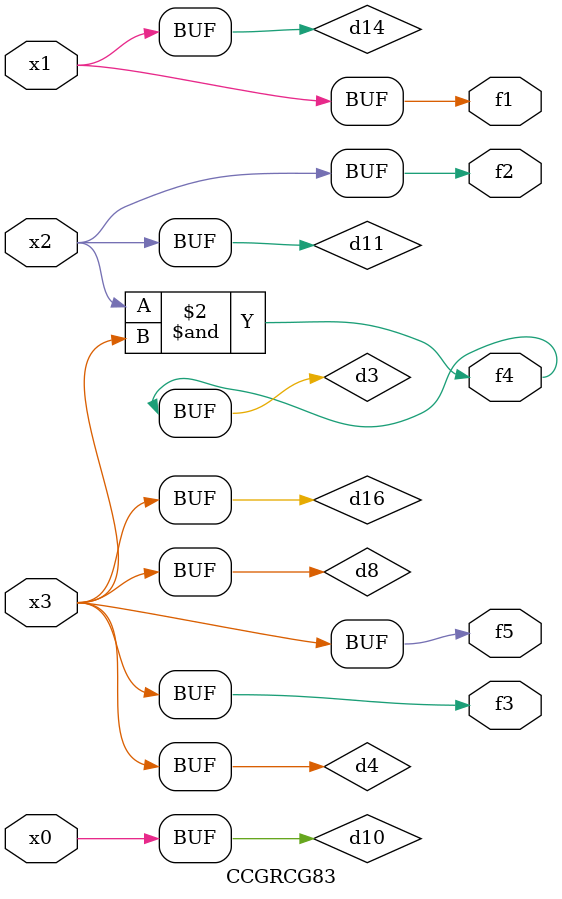
<source format=v>
module CCGRCG83( x0, x1, x2, x3, f1, f2, f3, f4, f5 );

	input x0, x1, x2, x3;
	output f1, f2, f3, f4, f5;

	wire d1, d2, d3, d4, d5, d6, d7, d8, d9, d10, d11, d12, d13, d14, d15, d16, d17;

	not (d1, x2);
	xor (d2, x0, x2);
	and (d3, x2, x3);
	or (d4, x3);
	or (d5, x0, x1);
	and (d6, x0, x1);
	or (d7, x1, x2);
	and (d8, x3);
	not (d9, x0);
	and (d10, x0);
	buf (d11, x2);
	or (d12, x0, x2);
	or (d13, x2, x3);
	buf (d14, x1);
	nor (d15, x0, x1);
	buf (d16, x3);
	xnor (d17, x0, x1);
	assign f1 = d14;
	assign f2 = d11;
	assign f3 = d4;
	assign f4 = d3;
	assign f5 = d4;
endmodule

</source>
